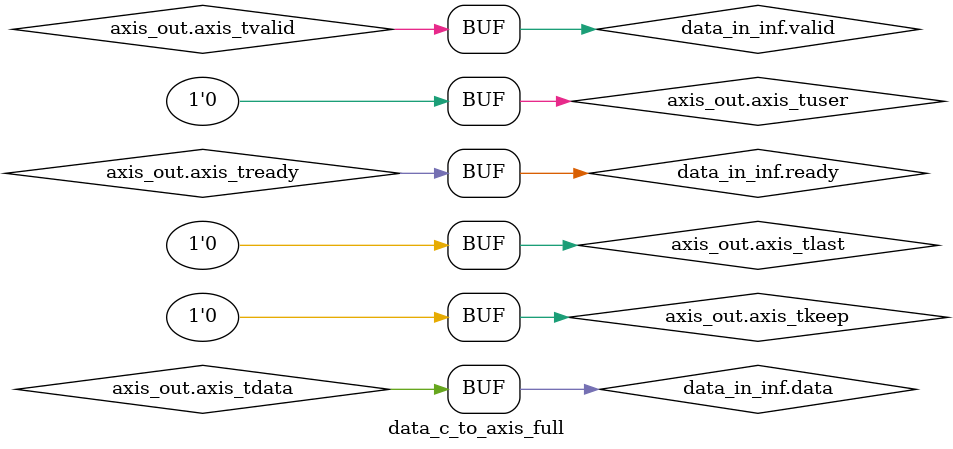
<source format=sv>
/**********************************************
_______________________________________ 
___________    Cook Darwin   __________    
_______________________________________
descript:
author : Cook.Darwin
Version: VERA.0.0
creaded: 2018-4-17 11:13:59
madified:
***********************************************/
`timescale 1ns/1ps
(* axi_stream = "true" *)
module data_c_to_axis_full (
    data_inf_c.slaver      data_in_inf,
    axi_stream_inf.master  axis_out
);


assign {axis_out.axis_tuser,axis_out.axis_tkeep,axis_out.axis_tlast,axis_out.axis_tdata} = data_in_inf.data;
assign  axis_out.axis_tvalid  = data_in_inf.valid;
assign  data_in_inf.ready = axis_out.axis_tready;

endmodule

</source>
